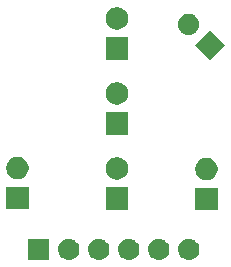
<source format=gbr>
G04 #@! TF.GenerationSoftware,KiCad,Pcbnew,5.0.1*
G04 #@! TF.CreationDate,2019-01-22T15:02:09+05:30*
G04 #@! TF.ProjectId,traffic,747261666669632E6B696361645F7063,rev?*
G04 #@! TF.SameCoordinates,Original*
G04 #@! TF.FileFunction,Soldermask,Top*
G04 #@! TF.FilePolarity,Negative*
%FSLAX46Y46*%
G04 Gerber Fmt 4.6, Leading zero omitted, Abs format (unit mm)*
G04 Created by KiCad (PCBNEW 5.0.1) date Tue 22 Jan 2019 03:02:09 PM IST*
%MOMM*%
%LPD*%
G01*
G04 APERTURE LIST*
%ADD10C,0.100000*%
G04 APERTURE END LIST*
D10*
G36*
X141617000Y-106565000D02*
X139815000Y-106565000D01*
X139815000Y-104763000D01*
X141617000Y-104763000D01*
X141617000Y-106565000D01*
X141617000Y-106565000D01*
G37*
G36*
X143366442Y-104769518D02*
X143432627Y-104776037D01*
X143545853Y-104810384D01*
X143602467Y-104827557D01*
X143741087Y-104901652D01*
X143758991Y-104911222D01*
X143794729Y-104940552D01*
X143896186Y-105023814D01*
X143979448Y-105125271D01*
X144008778Y-105161009D01*
X144008779Y-105161011D01*
X144092443Y-105317533D01*
X144092443Y-105317534D01*
X144143963Y-105487373D01*
X144161359Y-105664000D01*
X144143963Y-105840627D01*
X144109616Y-105953853D01*
X144092443Y-106010467D01*
X144018348Y-106149087D01*
X144008778Y-106166991D01*
X143979448Y-106202729D01*
X143896186Y-106304186D01*
X143794729Y-106387448D01*
X143758991Y-106416778D01*
X143758989Y-106416779D01*
X143602467Y-106500443D01*
X143545853Y-106517616D01*
X143432627Y-106551963D01*
X143366442Y-106558482D01*
X143300260Y-106565000D01*
X143211740Y-106565000D01*
X143145558Y-106558482D01*
X143079373Y-106551963D01*
X142966147Y-106517616D01*
X142909533Y-106500443D01*
X142753011Y-106416779D01*
X142753009Y-106416778D01*
X142717271Y-106387448D01*
X142615814Y-106304186D01*
X142532552Y-106202729D01*
X142503222Y-106166991D01*
X142493652Y-106149087D01*
X142419557Y-106010467D01*
X142402384Y-105953853D01*
X142368037Y-105840627D01*
X142350641Y-105664000D01*
X142368037Y-105487373D01*
X142419557Y-105317534D01*
X142419557Y-105317533D01*
X142503221Y-105161011D01*
X142503222Y-105161009D01*
X142532552Y-105125271D01*
X142615814Y-105023814D01*
X142717271Y-104940552D01*
X142753009Y-104911222D01*
X142770913Y-104901652D01*
X142909533Y-104827557D01*
X142966147Y-104810384D01*
X143079373Y-104776037D01*
X143145558Y-104769518D01*
X143211740Y-104763000D01*
X143300260Y-104763000D01*
X143366442Y-104769518D01*
X143366442Y-104769518D01*
G37*
G36*
X145906442Y-104769518D02*
X145972627Y-104776037D01*
X146085853Y-104810384D01*
X146142467Y-104827557D01*
X146281087Y-104901652D01*
X146298991Y-104911222D01*
X146334729Y-104940552D01*
X146436186Y-105023814D01*
X146519448Y-105125271D01*
X146548778Y-105161009D01*
X146548779Y-105161011D01*
X146632443Y-105317533D01*
X146632443Y-105317534D01*
X146683963Y-105487373D01*
X146701359Y-105664000D01*
X146683963Y-105840627D01*
X146649616Y-105953853D01*
X146632443Y-106010467D01*
X146558348Y-106149087D01*
X146548778Y-106166991D01*
X146519448Y-106202729D01*
X146436186Y-106304186D01*
X146334729Y-106387448D01*
X146298991Y-106416778D01*
X146298989Y-106416779D01*
X146142467Y-106500443D01*
X146085853Y-106517616D01*
X145972627Y-106551963D01*
X145906442Y-106558482D01*
X145840260Y-106565000D01*
X145751740Y-106565000D01*
X145685558Y-106558482D01*
X145619373Y-106551963D01*
X145506147Y-106517616D01*
X145449533Y-106500443D01*
X145293011Y-106416779D01*
X145293009Y-106416778D01*
X145257271Y-106387448D01*
X145155814Y-106304186D01*
X145072552Y-106202729D01*
X145043222Y-106166991D01*
X145033652Y-106149087D01*
X144959557Y-106010467D01*
X144942384Y-105953853D01*
X144908037Y-105840627D01*
X144890641Y-105664000D01*
X144908037Y-105487373D01*
X144959557Y-105317534D01*
X144959557Y-105317533D01*
X145043221Y-105161011D01*
X145043222Y-105161009D01*
X145072552Y-105125271D01*
X145155814Y-105023814D01*
X145257271Y-104940552D01*
X145293009Y-104911222D01*
X145310913Y-104901652D01*
X145449533Y-104827557D01*
X145506147Y-104810384D01*
X145619373Y-104776037D01*
X145685558Y-104769518D01*
X145751740Y-104763000D01*
X145840260Y-104763000D01*
X145906442Y-104769518D01*
X145906442Y-104769518D01*
G37*
G36*
X148446442Y-104769518D02*
X148512627Y-104776037D01*
X148625853Y-104810384D01*
X148682467Y-104827557D01*
X148821087Y-104901652D01*
X148838991Y-104911222D01*
X148874729Y-104940552D01*
X148976186Y-105023814D01*
X149059448Y-105125271D01*
X149088778Y-105161009D01*
X149088779Y-105161011D01*
X149172443Y-105317533D01*
X149172443Y-105317534D01*
X149223963Y-105487373D01*
X149241359Y-105664000D01*
X149223963Y-105840627D01*
X149189616Y-105953853D01*
X149172443Y-106010467D01*
X149098348Y-106149087D01*
X149088778Y-106166991D01*
X149059448Y-106202729D01*
X148976186Y-106304186D01*
X148874729Y-106387448D01*
X148838991Y-106416778D01*
X148838989Y-106416779D01*
X148682467Y-106500443D01*
X148625853Y-106517616D01*
X148512627Y-106551963D01*
X148446442Y-106558482D01*
X148380260Y-106565000D01*
X148291740Y-106565000D01*
X148225558Y-106558482D01*
X148159373Y-106551963D01*
X148046147Y-106517616D01*
X147989533Y-106500443D01*
X147833011Y-106416779D01*
X147833009Y-106416778D01*
X147797271Y-106387448D01*
X147695814Y-106304186D01*
X147612552Y-106202729D01*
X147583222Y-106166991D01*
X147573652Y-106149087D01*
X147499557Y-106010467D01*
X147482384Y-105953853D01*
X147448037Y-105840627D01*
X147430641Y-105664000D01*
X147448037Y-105487373D01*
X147499557Y-105317534D01*
X147499557Y-105317533D01*
X147583221Y-105161011D01*
X147583222Y-105161009D01*
X147612552Y-105125271D01*
X147695814Y-105023814D01*
X147797271Y-104940552D01*
X147833009Y-104911222D01*
X147850913Y-104901652D01*
X147989533Y-104827557D01*
X148046147Y-104810384D01*
X148159373Y-104776037D01*
X148225558Y-104769518D01*
X148291740Y-104763000D01*
X148380260Y-104763000D01*
X148446442Y-104769518D01*
X148446442Y-104769518D01*
G37*
G36*
X153526442Y-104769518D02*
X153592627Y-104776037D01*
X153705853Y-104810384D01*
X153762467Y-104827557D01*
X153901087Y-104901652D01*
X153918991Y-104911222D01*
X153954729Y-104940552D01*
X154056186Y-105023814D01*
X154139448Y-105125271D01*
X154168778Y-105161009D01*
X154168779Y-105161011D01*
X154252443Y-105317533D01*
X154252443Y-105317534D01*
X154303963Y-105487373D01*
X154321359Y-105664000D01*
X154303963Y-105840627D01*
X154269616Y-105953853D01*
X154252443Y-106010467D01*
X154178348Y-106149087D01*
X154168778Y-106166991D01*
X154139448Y-106202729D01*
X154056186Y-106304186D01*
X153954729Y-106387448D01*
X153918991Y-106416778D01*
X153918989Y-106416779D01*
X153762467Y-106500443D01*
X153705853Y-106517616D01*
X153592627Y-106551963D01*
X153526442Y-106558482D01*
X153460260Y-106565000D01*
X153371740Y-106565000D01*
X153305558Y-106558482D01*
X153239373Y-106551963D01*
X153126147Y-106517616D01*
X153069533Y-106500443D01*
X152913011Y-106416779D01*
X152913009Y-106416778D01*
X152877271Y-106387448D01*
X152775814Y-106304186D01*
X152692552Y-106202729D01*
X152663222Y-106166991D01*
X152653652Y-106149087D01*
X152579557Y-106010467D01*
X152562384Y-105953853D01*
X152528037Y-105840627D01*
X152510641Y-105664000D01*
X152528037Y-105487373D01*
X152579557Y-105317534D01*
X152579557Y-105317533D01*
X152663221Y-105161011D01*
X152663222Y-105161009D01*
X152692552Y-105125271D01*
X152775814Y-105023814D01*
X152877271Y-104940552D01*
X152913009Y-104911222D01*
X152930913Y-104901652D01*
X153069533Y-104827557D01*
X153126147Y-104810384D01*
X153239373Y-104776037D01*
X153305558Y-104769518D01*
X153371740Y-104763000D01*
X153460260Y-104763000D01*
X153526442Y-104769518D01*
X153526442Y-104769518D01*
G37*
G36*
X150986442Y-104769518D02*
X151052627Y-104776037D01*
X151165853Y-104810384D01*
X151222467Y-104827557D01*
X151361087Y-104901652D01*
X151378991Y-104911222D01*
X151414729Y-104940552D01*
X151516186Y-105023814D01*
X151599448Y-105125271D01*
X151628778Y-105161009D01*
X151628779Y-105161011D01*
X151712443Y-105317533D01*
X151712443Y-105317534D01*
X151763963Y-105487373D01*
X151781359Y-105664000D01*
X151763963Y-105840627D01*
X151729616Y-105953853D01*
X151712443Y-106010467D01*
X151638348Y-106149087D01*
X151628778Y-106166991D01*
X151599448Y-106202729D01*
X151516186Y-106304186D01*
X151414729Y-106387448D01*
X151378991Y-106416778D01*
X151378989Y-106416779D01*
X151222467Y-106500443D01*
X151165853Y-106517616D01*
X151052627Y-106551963D01*
X150986442Y-106558482D01*
X150920260Y-106565000D01*
X150831740Y-106565000D01*
X150765558Y-106558482D01*
X150699373Y-106551963D01*
X150586147Y-106517616D01*
X150529533Y-106500443D01*
X150373011Y-106416779D01*
X150373009Y-106416778D01*
X150337271Y-106387448D01*
X150235814Y-106304186D01*
X150152552Y-106202729D01*
X150123222Y-106166991D01*
X150113652Y-106149087D01*
X150039557Y-106010467D01*
X150022384Y-105953853D01*
X149988037Y-105840627D01*
X149970641Y-105664000D01*
X149988037Y-105487373D01*
X150039557Y-105317534D01*
X150039557Y-105317533D01*
X150123221Y-105161011D01*
X150123222Y-105161009D01*
X150152552Y-105125271D01*
X150235814Y-105023814D01*
X150337271Y-104940552D01*
X150373009Y-104911222D01*
X150390913Y-104901652D01*
X150529533Y-104827557D01*
X150586147Y-104810384D01*
X150699373Y-104776037D01*
X150765558Y-104769518D01*
X150831740Y-104763000D01*
X150920260Y-104763000D01*
X150986442Y-104769518D01*
X150986442Y-104769518D01*
G37*
G36*
X155851000Y-102351000D02*
X153949000Y-102351000D01*
X153949000Y-100449000D01*
X155851000Y-100449000D01*
X155851000Y-102351000D01*
X155851000Y-102351000D01*
G37*
G36*
X148271000Y-102297000D02*
X146369000Y-102297000D01*
X146369000Y-100395000D01*
X148271000Y-100395000D01*
X148271000Y-102297000D01*
X148271000Y-102297000D01*
G37*
G36*
X139851000Y-102251000D02*
X137949000Y-102251000D01*
X137949000Y-100349000D01*
X139851000Y-100349000D01*
X139851000Y-102251000D01*
X139851000Y-102251000D01*
G37*
G36*
X155177396Y-97945546D02*
X155350466Y-98017234D01*
X155506230Y-98121312D01*
X155638688Y-98253770D01*
X155742766Y-98409534D01*
X155814454Y-98582604D01*
X155851000Y-98766333D01*
X155851000Y-98953667D01*
X155814454Y-99137396D01*
X155742766Y-99310466D01*
X155638688Y-99466230D01*
X155506230Y-99598688D01*
X155350466Y-99702766D01*
X155177396Y-99774454D01*
X154993667Y-99811000D01*
X154806333Y-99811000D01*
X154622604Y-99774454D01*
X154449534Y-99702766D01*
X154293770Y-99598688D01*
X154161312Y-99466230D01*
X154057234Y-99310466D01*
X153985546Y-99137396D01*
X153949000Y-98953667D01*
X153949000Y-98766333D01*
X153985546Y-98582604D01*
X154057234Y-98409534D01*
X154161312Y-98253770D01*
X154293770Y-98121312D01*
X154449534Y-98017234D01*
X154622604Y-97945546D01*
X154806333Y-97909000D01*
X154993667Y-97909000D01*
X155177396Y-97945546D01*
X155177396Y-97945546D01*
G37*
G36*
X147597396Y-97891546D02*
X147770466Y-97963234D01*
X147926230Y-98067312D01*
X148058688Y-98199770D01*
X148162766Y-98355534D01*
X148234454Y-98528604D01*
X148271000Y-98712333D01*
X148271000Y-98899667D01*
X148234454Y-99083396D01*
X148162766Y-99256466D01*
X148058688Y-99412230D01*
X147926230Y-99544688D01*
X147770466Y-99648766D01*
X147597396Y-99720454D01*
X147413667Y-99757000D01*
X147226333Y-99757000D01*
X147042604Y-99720454D01*
X146869534Y-99648766D01*
X146713770Y-99544688D01*
X146581312Y-99412230D01*
X146477234Y-99256466D01*
X146405546Y-99083396D01*
X146369000Y-98899667D01*
X146369000Y-98712333D01*
X146405546Y-98528604D01*
X146477234Y-98355534D01*
X146581312Y-98199770D01*
X146713770Y-98067312D01*
X146869534Y-97963234D01*
X147042604Y-97891546D01*
X147226333Y-97855000D01*
X147413667Y-97855000D01*
X147597396Y-97891546D01*
X147597396Y-97891546D01*
G37*
G36*
X139177396Y-97845546D02*
X139350466Y-97917234D01*
X139506230Y-98021312D01*
X139638688Y-98153770D01*
X139742766Y-98309534D01*
X139814454Y-98482604D01*
X139851000Y-98666333D01*
X139851000Y-98853667D01*
X139814454Y-99037396D01*
X139742766Y-99210466D01*
X139638688Y-99366230D01*
X139506230Y-99498688D01*
X139350466Y-99602766D01*
X139177396Y-99674454D01*
X138993667Y-99711000D01*
X138806333Y-99711000D01*
X138622604Y-99674454D01*
X138449534Y-99602766D01*
X138293770Y-99498688D01*
X138161312Y-99366230D01*
X138057234Y-99210466D01*
X137985546Y-99037396D01*
X137949000Y-98853667D01*
X137949000Y-98666333D01*
X137985546Y-98482604D01*
X138057234Y-98309534D01*
X138161312Y-98153770D01*
X138293770Y-98021312D01*
X138449534Y-97917234D01*
X138622604Y-97845546D01*
X138806333Y-97809000D01*
X138993667Y-97809000D01*
X139177396Y-97845546D01*
X139177396Y-97845546D01*
G37*
G36*
X148271000Y-95947000D02*
X146369000Y-95947000D01*
X146369000Y-94045000D01*
X148271000Y-94045000D01*
X148271000Y-95947000D01*
X148271000Y-95947000D01*
G37*
G36*
X147597396Y-91541546D02*
X147770466Y-91613234D01*
X147926230Y-91717312D01*
X148058688Y-91849770D01*
X148162766Y-92005534D01*
X148234454Y-92178604D01*
X148271000Y-92362333D01*
X148271000Y-92549667D01*
X148234454Y-92733396D01*
X148162766Y-92906466D01*
X148058688Y-93062230D01*
X147926230Y-93194688D01*
X147770466Y-93298766D01*
X147597396Y-93370454D01*
X147413667Y-93407000D01*
X147226333Y-93407000D01*
X147042604Y-93370454D01*
X146869534Y-93298766D01*
X146713770Y-93194688D01*
X146581312Y-93062230D01*
X146477234Y-92906466D01*
X146405546Y-92733396D01*
X146369000Y-92549667D01*
X146369000Y-92362333D01*
X146405546Y-92178604D01*
X146477234Y-92005534D01*
X146581312Y-91849770D01*
X146713770Y-91717312D01*
X146869534Y-91613234D01*
X147042604Y-91541546D01*
X147226333Y-91505000D01*
X147413667Y-91505000D01*
X147597396Y-91541546D01*
X147597396Y-91541546D01*
G37*
G36*
X156468207Y-88392000D02*
X155194000Y-89666207D01*
X153919793Y-88392000D01*
X155194000Y-87117793D01*
X156468207Y-88392000D01*
X156468207Y-88392000D01*
G37*
G36*
X148271000Y-89597000D02*
X146369000Y-89597000D01*
X146369000Y-87695000D01*
X148271000Y-87695000D01*
X148271000Y-89597000D01*
X148271000Y-89597000D01*
G37*
G36*
X153508391Y-85701467D02*
X153574576Y-85707986D01*
X153687802Y-85742333D01*
X153744416Y-85759506D01*
X153873687Y-85828604D01*
X153900940Y-85843171D01*
X153936678Y-85872501D01*
X154038135Y-85955763D01*
X154121397Y-86057220D01*
X154150727Y-86092958D01*
X154150728Y-86092960D01*
X154234392Y-86249482D01*
X154234392Y-86249483D01*
X154285912Y-86419322D01*
X154303308Y-86595949D01*
X154285912Y-86772576D01*
X154264037Y-86844688D01*
X154234392Y-86942416D01*
X154192679Y-87020454D01*
X154150727Y-87098940D01*
X154135254Y-87117794D01*
X154038135Y-87236135D01*
X153936678Y-87319397D01*
X153900940Y-87348727D01*
X153900938Y-87348728D01*
X153744416Y-87432392D01*
X153687802Y-87449565D01*
X153574576Y-87483912D01*
X153508392Y-87490430D01*
X153442209Y-87496949D01*
X153353689Y-87496949D01*
X153287506Y-87490430D01*
X153221322Y-87483912D01*
X153108096Y-87449565D01*
X153051482Y-87432392D01*
X152894960Y-87348728D01*
X152894958Y-87348727D01*
X152859220Y-87319397D01*
X152757763Y-87236135D01*
X152660644Y-87117794D01*
X152645171Y-87098940D01*
X152603219Y-87020454D01*
X152561506Y-86942416D01*
X152531861Y-86844688D01*
X152509986Y-86772576D01*
X152492590Y-86595949D01*
X152509986Y-86419322D01*
X152561506Y-86249483D01*
X152561506Y-86249482D01*
X152645170Y-86092960D01*
X152645171Y-86092958D01*
X152674501Y-86057220D01*
X152757763Y-85955763D01*
X152859220Y-85872501D01*
X152894958Y-85843171D01*
X152922211Y-85828604D01*
X153051482Y-85759506D01*
X153108096Y-85742333D01*
X153221322Y-85707986D01*
X153287507Y-85701467D01*
X153353689Y-85694949D01*
X153442209Y-85694949D01*
X153508391Y-85701467D01*
X153508391Y-85701467D01*
G37*
G36*
X147597396Y-85191546D02*
X147770466Y-85263234D01*
X147926230Y-85367312D01*
X148058688Y-85499770D01*
X148162766Y-85655534D01*
X148234454Y-85828604D01*
X148271000Y-86012333D01*
X148271000Y-86199667D01*
X148234454Y-86383396D01*
X148162766Y-86556466D01*
X148058688Y-86712230D01*
X147926230Y-86844688D01*
X147770466Y-86948766D01*
X147597396Y-87020454D01*
X147413667Y-87057000D01*
X147226333Y-87057000D01*
X147042604Y-87020454D01*
X146869534Y-86948766D01*
X146713770Y-86844688D01*
X146581312Y-86712230D01*
X146477234Y-86556466D01*
X146405546Y-86383396D01*
X146369000Y-86199667D01*
X146369000Y-86012333D01*
X146405546Y-85828604D01*
X146477234Y-85655534D01*
X146581312Y-85499770D01*
X146713770Y-85367312D01*
X146869534Y-85263234D01*
X147042604Y-85191546D01*
X147226333Y-85155000D01*
X147413667Y-85155000D01*
X147597396Y-85191546D01*
X147597396Y-85191546D01*
G37*
M02*

</source>
